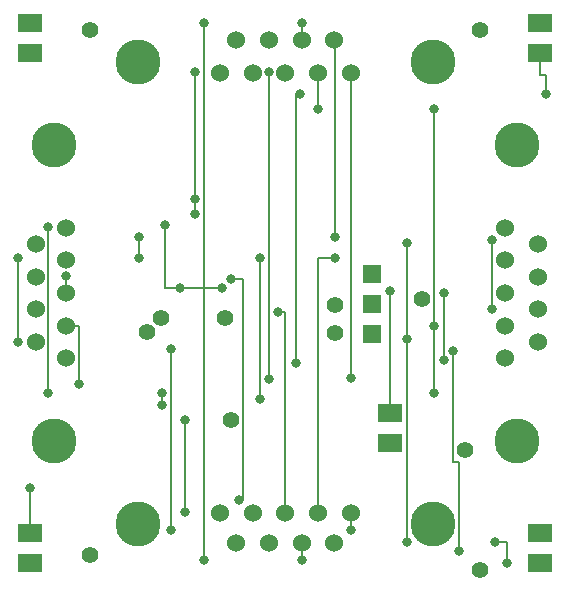
<source format=gbr>
%FSLAX14Y14*%
%MOIN*%
G04 EasyPC Gerber Version 18.0.1 Build 3581 *
%ADD14R,0.06000X0.06000*%
%ADD74C,0.00800*%
%ADD73C,0.03200*%
%ADD17C,0.05600*%
%ADD13C,0.06000*%
%ADD28C,0.15000*%
%ADD72R,0.08000X0.06000*%
X0Y0D02*
D02*
D13*
X1700Y8544D03*
Y9635D03*
Y10725D03*
Y11816D03*
X2700Y7999D03*
Y9089D03*
Y10180D03*
Y11271D03*
Y12361D03*
X7844Y2855D03*
Y17505D03*
X8389Y1855D03*
Y18620D03*
X8934Y2855D03*
Y17505D03*
X9480Y1855D03*
Y18620D03*
X10025Y2855D03*
Y17505D03*
X10570Y1855D03*
Y18620D03*
X11116Y2855D03*
Y17505D03*
X11661Y1855D03*
Y18620D03*
X12206Y2855D03*
Y17505D03*
X17350Y7999D03*
Y9089D03*
Y10180D03*
Y11271D03*
Y12361D03*
X18465Y8544D03*
Y9635D03*
Y10725D03*
Y11816D03*
D02*
D14*
X12900Y8805D03*
Y9805D03*
Y10805D03*
D02*
D17*
X3525Y1430D03*
Y18930D03*
X5425Y8880D03*
X5875Y9330D03*
X8025D03*
X8225Y5930D03*
X11675Y8830D03*
Y9780D03*
X14575Y9980D03*
X16025Y4930D03*
X16525Y930D03*
Y18930D03*
D02*
D28*
X2315Y5260D03*
Y15100D03*
X5105Y2470D03*
Y17890D03*
X14945Y2470D03*
Y17890D03*
X17735Y5260D03*
Y15100D03*
D02*
D72*
X1525Y1180D03*
Y2180D03*
Y18180D03*
Y19180D03*
X13525Y5180D03*
Y6180D03*
X18525Y1180D03*
Y2180D03*
Y18180D03*
Y19180D03*
D02*
D73*
X1125Y8530D03*
Y11330D03*
X1525Y3680D03*
X2125Y6830D03*
Y12380D03*
X2725Y10730D03*
X3150Y7130D03*
X5150Y11330D03*
Y12055D03*
X5925Y6430D03*
Y6830D03*
X6025Y12430D03*
X6225Y2280D03*
Y8305D03*
X6525Y10330D03*
X6675Y2880D03*
Y5930D03*
X7025Y12805D03*
Y13305D03*
Y17530D03*
X7325Y1280D03*
Y19180D03*
X7925Y10330D03*
X8225Y10630D03*
X8475Y3280D03*
X9175Y6630D03*
Y11330D03*
X9475Y7305D03*
Y17530D03*
X9775Y9530D03*
X10375Y7830D03*
X10525Y16805D03*
X10575Y1280D03*
Y19180D03*
X11125Y16305D03*
X11675Y11330D03*
Y12055D03*
X12225Y2280D03*
Y7330D03*
X13525Y10230D03*
X14075Y1880D03*
Y8630D03*
Y11830D03*
X14975Y6830D03*
Y9080D03*
Y16305D03*
X15325Y7930D03*
Y10180D03*
X15625Y8230D03*
X15825Y1580D03*
X16925Y9630D03*
Y11930D03*
X17025Y1880D03*
X17425Y1180D03*
X18700Y16805D03*
D02*
D74*
X1125Y8530D02*
Y11330D01*
X1525Y3680D02*
Y2180D01*
X2125Y12380D02*
Y6830D01*
X2725Y10730D02*
Y10180D01*
X2700*
X3150Y7130D02*
Y9089D01*
X2700*
X5150Y12055D02*
Y11330D01*
X5925Y6430D02*
Y6830D01*
X6225Y2280D02*
Y8305D01*
X6675Y5930D02*
Y2880D01*
X7025Y13305D02*
Y12805D01*
Y13305D02*
Y17530D01*
X7325Y1280D02*
Y10330D01*
X6525*
X7325D02*
X7925D01*
X7325D02*
X6025D01*
Y12430*
X7325Y10330D02*
Y19180D01*
X8225Y10630D02*
X8625D01*
Y3280*
X8475*
X9175Y6630D02*
Y11330D01*
X9475Y7305D02*
Y17530D01*
X9775Y9530D02*
X10025D01*
Y2855*
X10375Y7830D02*
Y16805D01*
X10525*
X10575Y1280D02*
Y1855D01*
X10570*
X10575Y19180D02*
Y18620D01*
X10570*
X11125Y16305D02*
Y17505D01*
X11116*
X11675Y11330D02*
X11116D01*
Y2855*
X11675Y12055D02*
Y18620D01*
X11661*
X12225Y2280D02*
Y2855D01*
X12206*
X12225Y7330D02*
Y17505D01*
X12206*
X13525Y10230D02*
Y6180D01*
X14075Y1880D02*
Y8630D01*
Y11830D02*
Y8630D01*
X14975Y9080D02*
Y6830D01*
Y16305D02*
Y9080D01*
X15325Y7930D02*
Y10180D01*
X15825Y1580D02*
Y4530D01*
X15625*
Y8230*
X16925Y11930D02*
Y9630D01*
X17025Y1880D02*
X17425D01*
Y1180*
X18700Y16805D02*
Y17430D01*
X18525*
Y18180*
X0Y0D02*
M02*

</source>
